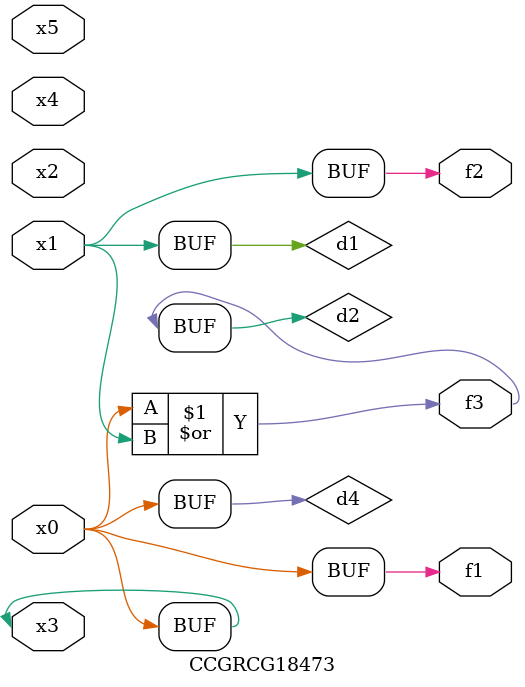
<source format=v>
module CCGRCG18473(
	input x0, x1, x2, x3, x4, x5,
	output f1, f2, f3
);

	wire d1, d2, d3, d4;

	and (d1, x1);
	or (d2, x0, x1);
	nand (d3, x0, x5);
	buf (d4, x0, x3);
	assign f1 = d4;
	assign f2 = d1;
	assign f3 = d2;
endmodule

</source>
